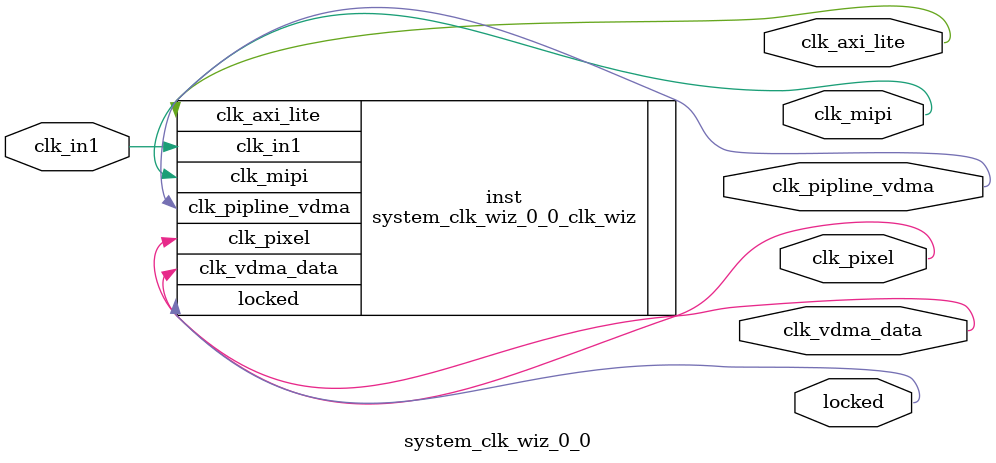
<source format=v>


`timescale 1ps/1ps

(* CORE_GENERATION_INFO = "system_clk_wiz_0_0,clk_wiz_v6_0_10_0_0,{component_name=system_clk_wiz_0_0,use_phase_alignment=true,use_min_o_jitter=false,use_max_i_jitter=false,use_dyn_phase_shift=false,use_inclk_switchover=false,use_dyn_reconfig=false,enable_axi=0,feedback_source=FDBK_AUTO,PRIMITIVE=MMCM,num_out_clk=5,clkin1_period=10.0,clkin2_period=10.0,use_power_down=false,use_reset=false,use_locked=true,use_inclk_stopped=false,feedback_type=SINGLE,CLOCK_MGR_TYPE=NA,manual_override=false}" *)

module system_clk_wiz_0_0 
 (
  // Clock out ports
  output        clk_axi_lite,
  output        clk_vdma_data,
  output        clk_mipi,
  output        clk_pixel,
  output        clk_pipline_vdma,
  // Status and control signals
  output        locked,
 // Clock in ports
  input         clk_in1
 );

  system_clk_wiz_0_0_clk_wiz inst
  (
  // Clock out ports  
  .clk_axi_lite(clk_axi_lite),
  .clk_vdma_data(clk_vdma_data),
  .clk_mipi(clk_mipi),
  .clk_pixel(clk_pixel),
  .clk_pipline_vdma(clk_pipline_vdma),
  // Status and control signals               
  .locked(locked),
 // Clock in ports
  .clk_in1(clk_in1)
  );

endmodule

</source>
